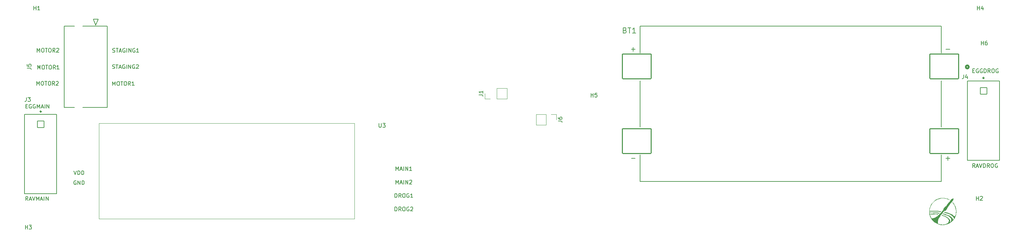
<source format=gto>
G04 #@! TF.GenerationSoftware,KiCad,Pcbnew,7.0.9*
G04 #@! TF.CreationDate,2024-04-15T23:38:29-07:00*
G04 #@! TF.ProjectId,AVcarrierBoard,41566361-7272-4696-9572-426f6172642e,rev?*
G04 #@! TF.SameCoordinates,Original*
G04 #@! TF.FileFunction,Legend,Top*
G04 #@! TF.FilePolarity,Positive*
%FSLAX46Y46*%
G04 Gerber Fmt 4.6, Leading zero omitted, Abs format (unit mm)*
G04 Created by KiCad (PCBNEW 7.0.9) date 2024-04-15 23:38:29*
%MOMM*%
%LPD*%
G01*
G04 APERTURE LIST*
G04 Aperture macros list*
%AMRoundRect*
0 Rectangle with rounded corners*
0 $1 Rounding radius*
0 $2 $3 $4 $5 $6 $7 $8 $9 X,Y pos of 4 corners*
0 Add a 4 corners polygon primitive as box body*
4,1,4,$2,$3,$4,$5,$6,$7,$8,$9,$2,$3,0*
0 Add four circle primitives for the rounded corners*
1,1,$1+$1,$2,$3*
1,1,$1+$1,$4,$5*
1,1,$1+$1,$6,$7*
1,1,$1+$1,$8,$9*
0 Add four rect primitives between the rounded corners*
20,1,$1+$1,$2,$3,$4,$5,0*
20,1,$1+$1,$4,$5,$6,$7,0*
20,1,$1+$1,$6,$7,$8,$9,0*
20,1,$1+$1,$8,$9,$2,$3,0*%
G04 Aperture macros list end*
%ADD10C,0.150000*%
%ADD11C,0.120000*%
%ADD12C,0.127000*%
%ADD13C,0.300000*%
%ADD14C,0.508000*%
%ADD15C,3.200000*%
%ADD16R,1.700000X1.700000*%
%ADD17O,1.700000X1.700000*%
%ADD18RoundRect,0.102000X-0.825000X0.825000X-0.825000X-0.825000X0.825000X-0.825000X0.825000X0.825000X0*%
%ADD19C,1.854000*%
%ADD20R,2.032000X2.032000*%
%ADD21C,2.032000*%
%ADD22C,2.999999*%
%ADD23R,2.800000X2.800000*%
%ADD24C,2.800000*%
%ADD25C,3.450000*%
%ADD26C,2.390000*%
%ADD27RoundRect,0.102000X-3.670000X-3.175000X3.670000X-3.175000X3.670000X3.175000X-3.670000X3.175000X0*%
%ADD28C,6.560820*%
%ADD29C,3.654400*%
%ADD30C,2.387600*%
%ADD31C,5.842000*%
%ADD32C,6.000000*%
G04 APERTURE END LIST*
D10*
X28578630Y-78203419D02*
X28578630Y-77203419D01*
X28578630Y-77203419D02*
X28911963Y-77917704D01*
X28911963Y-77917704D02*
X29245296Y-77203419D01*
X29245296Y-77203419D02*
X29245296Y-78203419D01*
X29911963Y-77203419D02*
X30102439Y-77203419D01*
X30102439Y-77203419D02*
X30197677Y-77251038D01*
X30197677Y-77251038D02*
X30292915Y-77346276D01*
X30292915Y-77346276D02*
X30340534Y-77536752D01*
X30340534Y-77536752D02*
X30340534Y-77870085D01*
X30340534Y-77870085D02*
X30292915Y-78060561D01*
X30292915Y-78060561D02*
X30197677Y-78155800D01*
X30197677Y-78155800D02*
X30102439Y-78203419D01*
X30102439Y-78203419D02*
X29911963Y-78203419D01*
X29911963Y-78203419D02*
X29816725Y-78155800D01*
X29816725Y-78155800D02*
X29721487Y-78060561D01*
X29721487Y-78060561D02*
X29673868Y-77870085D01*
X29673868Y-77870085D02*
X29673868Y-77536752D01*
X29673868Y-77536752D02*
X29721487Y-77346276D01*
X29721487Y-77346276D02*
X29816725Y-77251038D01*
X29816725Y-77251038D02*
X29911963Y-77203419D01*
X30626249Y-77203419D02*
X31197677Y-77203419D01*
X30911963Y-78203419D02*
X30911963Y-77203419D01*
X31721487Y-77203419D02*
X31911963Y-77203419D01*
X31911963Y-77203419D02*
X32007201Y-77251038D01*
X32007201Y-77251038D02*
X32102439Y-77346276D01*
X32102439Y-77346276D02*
X32150058Y-77536752D01*
X32150058Y-77536752D02*
X32150058Y-77870085D01*
X32150058Y-77870085D02*
X32102439Y-78060561D01*
X32102439Y-78060561D02*
X32007201Y-78155800D01*
X32007201Y-78155800D02*
X31911963Y-78203419D01*
X31911963Y-78203419D02*
X31721487Y-78203419D01*
X31721487Y-78203419D02*
X31626249Y-78155800D01*
X31626249Y-78155800D02*
X31531011Y-78060561D01*
X31531011Y-78060561D02*
X31483392Y-77870085D01*
X31483392Y-77870085D02*
X31483392Y-77536752D01*
X31483392Y-77536752D02*
X31531011Y-77346276D01*
X31531011Y-77346276D02*
X31626249Y-77251038D01*
X31626249Y-77251038D02*
X31721487Y-77203419D01*
X33150058Y-78203419D02*
X32816725Y-77727228D01*
X32578630Y-78203419D02*
X32578630Y-77203419D01*
X32578630Y-77203419D02*
X32959582Y-77203419D01*
X32959582Y-77203419D02*
X33054820Y-77251038D01*
X33054820Y-77251038D02*
X33102439Y-77298657D01*
X33102439Y-77298657D02*
X33150058Y-77393895D01*
X33150058Y-77393895D02*
X33150058Y-77536752D01*
X33150058Y-77536752D02*
X33102439Y-77631990D01*
X33102439Y-77631990D02*
X33054820Y-77679609D01*
X33054820Y-77679609D02*
X32959582Y-77727228D01*
X32959582Y-77727228D02*
X32578630Y-77727228D01*
X33531011Y-77298657D02*
X33578630Y-77251038D01*
X33578630Y-77251038D02*
X33673868Y-77203419D01*
X33673868Y-77203419D02*
X33911963Y-77203419D01*
X33911963Y-77203419D02*
X34007201Y-77251038D01*
X34007201Y-77251038D02*
X34054820Y-77298657D01*
X34054820Y-77298657D02*
X34102439Y-77393895D01*
X34102439Y-77393895D02*
X34102439Y-77489133D01*
X34102439Y-77489133D02*
X34054820Y-77631990D01*
X34054820Y-77631990D02*
X33483392Y-78203419D01*
X33483392Y-78203419D02*
X34102439Y-78203419D01*
X26206607Y-116201819D02*
X25873274Y-115725628D01*
X25635179Y-116201819D02*
X25635179Y-115201819D01*
X25635179Y-115201819D02*
X26016131Y-115201819D01*
X26016131Y-115201819D02*
X26111369Y-115249438D01*
X26111369Y-115249438D02*
X26158988Y-115297057D01*
X26158988Y-115297057D02*
X26206607Y-115392295D01*
X26206607Y-115392295D02*
X26206607Y-115535152D01*
X26206607Y-115535152D02*
X26158988Y-115630390D01*
X26158988Y-115630390D02*
X26111369Y-115678009D01*
X26111369Y-115678009D02*
X26016131Y-115725628D01*
X26016131Y-115725628D02*
X25635179Y-115725628D01*
X26587560Y-115916104D02*
X27063750Y-115916104D01*
X26492322Y-116201819D02*
X26825655Y-115201819D01*
X26825655Y-115201819D02*
X27158988Y-116201819D01*
X27349465Y-115201819D02*
X27682798Y-116201819D01*
X27682798Y-116201819D02*
X28016131Y-115201819D01*
X28349465Y-116201819D02*
X28349465Y-115201819D01*
X28349465Y-115201819D02*
X28682798Y-115916104D01*
X28682798Y-115916104D02*
X29016131Y-115201819D01*
X29016131Y-115201819D02*
X29016131Y-116201819D01*
X29444703Y-115916104D02*
X29920893Y-115916104D01*
X29349465Y-116201819D02*
X29682798Y-115201819D01*
X29682798Y-115201819D02*
X30016131Y-116201819D01*
X30349465Y-116201819D02*
X30349465Y-115201819D01*
X30825655Y-116201819D02*
X30825655Y-115201819D01*
X30825655Y-115201819D02*
X31397083Y-116201819D01*
X31397083Y-116201819D02*
X31397083Y-115201819D01*
X267913430Y-82962809D02*
X268246763Y-82962809D01*
X268389620Y-83486619D02*
X267913430Y-83486619D01*
X267913430Y-83486619D02*
X267913430Y-82486619D01*
X267913430Y-82486619D02*
X268389620Y-82486619D01*
X269342001Y-82534238D02*
X269246763Y-82486619D01*
X269246763Y-82486619D02*
X269103906Y-82486619D01*
X269103906Y-82486619D02*
X268961049Y-82534238D01*
X268961049Y-82534238D02*
X268865811Y-82629476D01*
X268865811Y-82629476D02*
X268818192Y-82724714D01*
X268818192Y-82724714D02*
X268770573Y-82915190D01*
X268770573Y-82915190D02*
X268770573Y-83058047D01*
X268770573Y-83058047D02*
X268818192Y-83248523D01*
X268818192Y-83248523D02*
X268865811Y-83343761D01*
X268865811Y-83343761D02*
X268961049Y-83439000D01*
X268961049Y-83439000D02*
X269103906Y-83486619D01*
X269103906Y-83486619D02*
X269199144Y-83486619D01*
X269199144Y-83486619D02*
X269342001Y-83439000D01*
X269342001Y-83439000D02*
X269389620Y-83391380D01*
X269389620Y-83391380D02*
X269389620Y-83058047D01*
X269389620Y-83058047D02*
X269199144Y-83058047D01*
X270342001Y-82534238D02*
X270246763Y-82486619D01*
X270246763Y-82486619D02*
X270103906Y-82486619D01*
X270103906Y-82486619D02*
X269961049Y-82534238D01*
X269961049Y-82534238D02*
X269865811Y-82629476D01*
X269865811Y-82629476D02*
X269818192Y-82724714D01*
X269818192Y-82724714D02*
X269770573Y-82915190D01*
X269770573Y-82915190D02*
X269770573Y-83058047D01*
X269770573Y-83058047D02*
X269818192Y-83248523D01*
X269818192Y-83248523D02*
X269865811Y-83343761D01*
X269865811Y-83343761D02*
X269961049Y-83439000D01*
X269961049Y-83439000D02*
X270103906Y-83486619D01*
X270103906Y-83486619D02*
X270199144Y-83486619D01*
X270199144Y-83486619D02*
X270342001Y-83439000D01*
X270342001Y-83439000D02*
X270389620Y-83391380D01*
X270389620Y-83391380D02*
X270389620Y-83058047D01*
X270389620Y-83058047D02*
X270199144Y-83058047D01*
X270818192Y-83486619D02*
X270818192Y-82486619D01*
X270818192Y-82486619D02*
X271056287Y-82486619D01*
X271056287Y-82486619D02*
X271199144Y-82534238D01*
X271199144Y-82534238D02*
X271294382Y-82629476D01*
X271294382Y-82629476D02*
X271342001Y-82724714D01*
X271342001Y-82724714D02*
X271389620Y-82915190D01*
X271389620Y-82915190D02*
X271389620Y-83058047D01*
X271389620Y-83058047D02*
X271342001Y-83248523D01*
X271342001Y-83248523D02*
X271294382Y-83343761D01*
X271294382Y-83343761D02*
X271199144Y-83439000D01*
X271199144Y-83439000D02*
X271056287Y-83486619D01*
X271056287Y-83486619D02*
X270818192Y-83486619D01*
X272389620Y-83486619D02*
X272056287Y-83010428D01*
X271818192Y-83486619D02*
X271818192Y-82486619D01*
X271818192Y-82486619D02*
X272199144Y-82486619D01*
X272199144Y-82486619D02*
X272294382Y-82534238D01*
X272294382Y-82534238D02*
X272342001Y-82581857D01*
X272342001Y-82581857D02*
X272389620Y-82677095D01*
X272389620Y-82677095D02*
X272389620Y-82819952D01*
X272389620Y-82819952D02*
X272342001Y-82915190D01*
X272342001Y-82915190D02*
X272294382Y-82962809D01*
X272294382Y-82962809D02*
X272199144Y-83010428D01*
X272199144Y-83010428D02*
X271818192Y-83010428D01*
X273008668Y-82486619D02*
X273199144Y-82486619D01*
X273199144Y-82486619D02*
X273294382Y-82534238D01*
X273294382Y-82534238D02*
X273389620Y-82629476D01*
X273389620Y-82629476D02*
X273437239Y-82819952D01*
X273437239Y-82819952D02*
X273437239Y-83153285D01*
X273437239Y-83153285D02*
X273389620Y-83343761D01*
X273389620Y-83343761D02*
X273294382Y-83439000D01*
X273294382Y-83439000D02*
X273199144Y-83486619D01*
X273199144Y-83486619D02*
X273008668Y-83486619D01*
X273008668Y-83486619D02*
X272913430Y-83439000D01*
X272913430Y-83439000D02*
X272818192Y-83343761D01*
X272818192Y-83343761D02*
X272770573Y-83153285D01*
X272770573Y-83153285D02*
X272770573Y-82819952D01*
X272770573Y-82819952D02*
X272818192Y-82629476D01*
X272818192Y-82629476D02*
X272913430Y-82534238D01*
X272913430Y-82534238D02*
X273008668Y-82486619D01*
X274389620Y-82534238D02*
X274294382Y-82486619D01*
X274294382Y-82486619D02*
X274151525Y-82486619D01*
X274151525Y-82486619D02*
X274008668Y-82534238D01*
X274008668Y-82534238D02*
X273913430Y-82629476D01*
X273913430Y-82629476D02*
X273865811Y-82724714D01*
X273865811Y-82724714D02*
X273818192Y-82915190D01*
X273818192Y-82915190D02*
X273818192Y-83058047D01*
X273818192Y-83058047D02*
X273865811Y-83248523D01*
X273865811Y-83248523D02*
X273913430Y-83343761D01*
X273913430Y-83343761D02*
X274008668Y-83439000D01*
X274008668Y-83439000D02*
X274151525Y-83486619D01*
X274151525Y-83486619D02*
X274246763Y-83486619D01*
X274246763Y-83486619D02*
X274389620Y-83439000D01*
X274389620Y-83439000D02*
X274437239Y-83391380D01*
X274437239Y-83391380D02*
X274437239Y-83058047D01*
X274437239Y-83058047D02*
X274246763Y-83058047D01*
X47888760Y-78206600D02*
X48031617Y-78254219D01*
X48031617Y-78254219D02*
X48269712Y-78254219D01*
X48269712Y-78254219D02*
X48364950Y-78206600D01*
X48364950Y-78206600D02*
X48412569Y-78158980D01*
X48412569Y-78158980D02*
X48460188Y-78063742D01*
X48460188Y-78063742D02*
X48460188Y-77968504D01*
X48460188Y-77968504D02*
X48412569Y-77873266D01*
X48412569Y-77873266D02*
X48364950Y-77825647D01*
X48364950Y-77825647D02*
X48269712Y-77778028D01*
X48269712Y-77778028D02*
X48079236Y-77730409D01*
X48079236Y-77730409D02*
X47983998Y-77682790D01*
X47983998Y-77682790D02*
X47936379Y-77635171D01*
X47936379Y-77635171D02*
X47888760Y-77539933D01*
X47888760Y-77539933D02*
X47888760Y-77444695D01*
X47888760Y-77444695D02*
X47936379Y-77349457D01*
X47936379Y-77349457D02*
X47983998Y-77301838D01*
X47983998Y-77301838D02*
X48079236Y-77254219D01*
X48079236Y-77254219D02*
X48317331Y-77254219D01*
X48317331Y-77254219D02*
X48460188Y-77301838D01*
X48745903Y-77254219D02*
X49317331Y-77254219D01*
X49031617Y-78254219D02*
X49031617Y-77254219D01*
X49603046Y-77968504D02*
X50079236Y-77968504D01*
X49507808Y-78254219D02*
X49841141Y-77254219D01*
X49841141Y-77254219D02*
X50174474Y-78254219D01*
X51031617Y-77301838D02*
X50936379Y-77254219D01*
X50936379Y-77254219D02*
X50793522Y-77254219D01*
X50793522Y-77254219D02*
X50650665Y-77301838D01*
X50650665Y-77301838D02*
X50555427Y-77397076D01*
X50555427Y-77397076D02*
X50507808Y-77492314D01*
X50507808Y-77492314D02*
X50460189Y-77682790D01*
X50460189Y-77682790D02*
X50460189Y-77825647D01*
X50460189Y-77825647D02*
X50507808Y-78016123D01*
X50507808Y-78016123D02*
X50555427Y-78111361D01*
X50555427Y-78111361D02*
X50650665Y-78206600D01*
X50650665Y-78206600D02*
X50793522Y-78254219D01*
X50793522Y-78254219D02*
X50888760Y-78254219D01*
X50888760Y-78254219D02*
X51031617Y-78206600D01*
X51031617Y-78206600D02*
X51079236Y-78158980D01*
X51079236Y-78158980D02*
X51079236Y-77825647D01*
X51079236Y-77825647D02*
X50888760Y-77825647D01*
X51507808Y-78254219D02*
X51507808Y-77254219D01*
X51983998Y-78254219D02*
X51983998Y-77254219D01*
X51983998Y-77254219D02*
X52555426Y-78254219D01*
X52555426Y-78254219D02*
X52555426Y-77254219D01*
X53555426Y-77301838D02*
X53460188Y-77254219D01*
X53460188Y-77254219D02*
X53317331Y-77254219D01*
X53317331Y-77254219D02*
X53174474Y-77301838D01*
X53174474Y-77301838D02*
X53079236Y-77397076D01*
X53079236Y-77397076D02*
X53031617Y-77492314D01*
X53031617Y-77492314D02*
X52983998Y-77682790D01*
X52983998Y-77682790D02*
X52983998Y-77825647D01*
X52983998Y-77825647D02*
X53031617Y-78016123D01*
X53031617Y-78016123D02*
X53079236Y-78111361D01*
X53079236Y-78111361D02*
X53174474Y-78206600D01*
X53174474Y-78206600D02*
X53317331Y-78254219D01*
X53317331Y-78254219D02*
X53412569Y-78254219D01*
X53412569Y-78254219D02*
X53555426Y-78206600D01*
X53555426Y-78206600D02*
X53603045Y-78158980D01*
X53603045Y-78158980D02*
X53603045Y-77825647D01*
X53603045Y-77825647D02*
X53412569Y-77825647D01*
X54555426Y-78254219D02*
X53983998Y-78254219D01*
X54269712Y-78254219D02*
X54269712Y-77254219D01*
X54269712Y-77254219D02*
X54174474Y-77397076D01*
X54174474Y-77397076D02*
X54079236Y-77492314D01*
X54079236Y-77492314D02*
X53983998Y-77539933D01*
X28680230Y-82572219D02*
X28680230Y-81572219D01*
X28680230Y-81572219D02*
X29013563Y-82286504D01*
X29013563Y-82286504D02*
X29346896Y-81572219D01*
X29346896Y-81572219D02*
X29346896Y-82572219D01*
X30013563Y-81572219D02*
X30204039Y-81572219D01*
X30204039Y-81572219D02*
X30299277Y-81619838D01*
X30299277Y-81619838D02*
X30394515Y-81715076D01*
X30394515Y-81715076D02*
X30442134Y-81905552D01*
X30442134Y-81905552D02*
X30442134Y-82238885D01*
X30442134Y-82238885D02*
X30394515Y-82429361D01*
X30394515Y-82429361D02*
X30299277Y-82524600D01*
X30299277Y-82524600D02*
X30204039Y-82572219D01*
X30204039Y-82572219D02*
X30013563Y-82572219D01*
X30013563Y-82572219D02*
X29918325Y-82524600D01*
X29918325Y-82524600D02*
X29823087Y-82429361D01*
X29823087Y-82429361D02*
X29775468Y-82238885D01*
X29775468Y-82238885D02*
X29775468Y-81905552D01*
X29775468Y-81905552D02*
X29823087Y-81715076D01*
X29823087Y-81715076D02*
X29918325Y-81619838D01*
X29918325Y-81619838D02*
X30013563Y-81572219D01*
X30727849Y-81572219D02*
X31299277Y-81572219D01*
X31013563Y-82572219D02*
X31013563Y-81572219D01*
X31823087Y-81572219D02*
X32013563Y-81572219D01*
X32013563Y-81572219D02*
X32108801Y-81619838D01*
X32108801Y-81619838D02*
X32204039Y-81715076D01*
X32204039Y-81715076D02*
X32251658Y-81905552D01*
X32251658Y-81905552D02*
X32251658Y-82238885D01*
X32251658Y-82238885D02*
X32204039Y-82429361D01*
X32204039Y-82429361D02*
X32108801Y-82524600D01*
X32108801Y-82524600D02*
X32013563Y-82572219D01*
X32013563Y-82572219D02*
X31823087Y-82572219D01*
X31823087Y-82572219D02*
X31727849Y-82524600D01*
X31727849Y-82524600D02*
X31632611Y-82429361D01*
X31632611Y-82429361D02*
X31584992Y-82238885D01*
X31584992Y-82238885D02*
X31584992Y-81905552D01*
X31584992Y-81905552D02*
X31632611Y-81715076D01*
X31632611Y-81715076D02*
X31727849Y-81619838D01*
X31727849Y-81619838D02*
X31823087Y-81572219D01*
X33251658Y-82572219D02*
X32918325Y-82096028D01*
X32680230Y-82572219D02*
X32680230Y-81572219D01*
X32680230Y-81572219D02*
X33061182Y-81572219D01*
X33061182Y-81572219D02*
X33156420Y-81619838D01*
X33156420Y-81619838D02*
X33204039Y-81667457D01*
X33204039Y-81667457D02*
X33251658Y-81762695D01*
X33251658Y-81762695D02*
X33251658Y-81905552D01*
X33251658Y-81905552D02*
X33204039Y-82000790D01*
X33204039Y-82000790D02*
X33156420Y-82048409D01*
X33156420Y-82048409D02*
X33061182Y-82096028D01*
X33061182Y-82096028D02*
X32680230Y-82096028D01*
X34204039Y-82572219D02*
X33632611Y-82572219D01*
X33918325Y-82572219D02*
X33918325Y-81572219D01*
X33918325Y-81572219D02*
X33823087Y-81715076D01*
X33823087Y-81715076D02*
X33727849Y-81810314D01*
X33727849Y-81810314D02*
X33632611Y-81857933D01*
X47837960Y-82372200D02*
X47980817Y-82419819D01*
X47980817Y-82419819D02*
X48218912Y-82419819D01*
X48218912Y-82419819D02*
X48314150Y-82372200D01*
X48314150Y-82372200D02*
X48361769Y-82324580D01*
X48361769Y-82324580D02*
X48409388Y-82229342D01*
X48409388Y-82229342D02*
X48409388Y-82134104D01*
X48409388Y-82134104D02*
X48361769Y-82038866D01*
X48361769Y-82038866D02*
X48314150Y-81991247D01*
X48314150Y-81991247D02*
X48218912Y-81943628D01*
X48218912Y-81943628D02*
X48028436Y-81896009D01*
X48028436Y-81896009D02*
X47933198Y-81848390D01*
X47933198Y-81848390D02*
X47885579Y-81800771D01*
X47885579Y-81800771D02*
X47837960Y-81705533D01*
X47837960Y-81705533D02*
X47837960Y-81610295D01*
X47837960Y-81610295D02*
X47885579Y-81515057D01*
X47885579Y-81515057D02*
X47933198Y-81467438D01*
X47933198Y-81467438D02*
X48028436Y-81419819D01*
X48028436Y-81419819D02*
X48266531Y-81419819D01*
X48266531Y-81419819D02*
X48409388Y-81467438D01*
X48695103Y-81419819D02*
X49266531Y-81419819D01*
X48980817Y-82419819D02*
X48980817Y-81419819D01*
X49552246Y-82134104D02*
X50028436Y-82134104D01*
X49457008Y-82419819D02*
X49790341Y-81419819D01*
X49790341Y-81419819D02*
X50123674Y-82419819D01*
X50980817Y-81467438D02*
X50885579Y-81419819D01*
X50885579Y-81419819D02*
X50742722Y-81419819D01*
X50742722Y-81419819D02*
X50599865Y-81467438D01*
X50599865Y-81467438D02*
X50504627Y-81562676D01*
X50504627Y-81562676D02*
X50457008Y-81657914D01*
X50457008Y-81657914D02*
X50409389Y-81848390D01*
X50409389Y-81848390D02*
X50409389Y-81991247D01*
X50409389Y-81991247D02*
X50457008Y-82181723D01*
X50457008Y-82181723D02*
X50504627Y-82276961D01*
X50504627Y-82276961D02*
X50599865Y-82372200D01*
X50599865Y-82372200D02*
X50742722Y-82419819D01*
X50742722Y-82419819D02*
X50837960Y-82419819D01*
X50837960Y-82419819D02*
X50980817Y-82372200D01*
X50980817Y-82372200D02*
X51028436Y-82324580D01*
X51028436Y-82324580D02*
X51028436Y-81991247D01*
X51028436Y-81991247D02*
X50837960Y-81991247D01*
X51457008Y-82419819D02*
X51457008Y-81419819D01*
X51933198Y-82419819D02*
X51933198Y-81419819D01*
X51933198Y-81419819D02*
X52504626Y-82419819D01*
X52504626Y-82419819D02*
X52504626Y-81419819D01*
X53504626Y-81467438D02*
X53409388Y-81419819D01*
X53409388Y-81419819D02*
X53266531Y-81419819D01*
X53266531Y-81419819D02*
X53123674Y-81467438D01*
X53123674Y-81467438D02*
X53028436Y-81562676D01*
X53028436Y-81562676D02*
X52980817Y-81657914D01*
X52980817Y-81657914D02*
X52933198Y-81848390D01*
X52933198Y-81848390D02*
X52933198Y-81991247D01*
X52933198Y-81991247D02*
X52980817Y-82181723D01*
X52980817Y-82181723D02*
X53028436Y-82276961D01*
X53028436Y-82276961D02*
X53123674Y-82372200D01*
X53123674Y-82372200D02*
X53266531Y-82419819D01*
X53266531Y-82419819D02*
X53361769Y-82419819D01*
X53361769Y-82419819D02*
X53504626Y-82372200D01*
X53504626Y-82372200D02*
X53552245Y-82324580D01*
X53552245Y-82324580D02*
X53552245Y-81991247D01*
X53552245Y-81991247D02*
X53361769Y-81991247D01*
X53933198Y-81515057D02*
X53980817Y-81467438D01*
X53980817Y-81467438D02*
X54076055Y-81419819D01*
X54076055Y-81419819D02*
X54314150Y-81419819D01*
X54314150Y-81419819D02*
X54409388Y-81467438D01*
X54409388Y-81467438D02*
X54457007Y-81515057D01*
X54457007Y-81515057D02*
X54504626Y-81610295D01*
X54504626Y-81610295D02*
X54504626Y-81705533D01*
X54504626Y-81705533D02*
X54457007Y-81848390D01*
X54457007Y-81848390D02*
X53885579Y-82419819D01*
X53885579Y-82419819D02*
X54504626Y-82419819D01*
X268472134Y-107769019D02*
X268138801Y-107292828D01*
X267900706Y-107769019D02*
X267900706Y-106769019D01*
X267900706Y-106769019D02*
X268281658Y-106769019D01*
X268281658Y-106769019D02*
X268376896Y-106816638D01*
X268376896Y-106816638D02*
X268424515Y-106864257D01*
X268424515Y-106864257D02*
X268472134Y-106959495D01*
X268472134Y-106959495D02*
X268472134Y-107102352D01*
X268472134Y-107102352D02*
X268424515Y-107197590D01*
X268424515Y-107197590D02*
X268376896Y-107245209D01*
X268376896Y-107245209D02*
X268281658Y-107292828D01*
X268281658Y-107292828D02*
X267900706Y-107292828D01*
X268853087Y-107483304D02*
X269329277Y-107483304D01*
X268757849Y-107769019D02*
X269091182Y-106769019D01*
X269091182Y-106769019D02*
X269424515Y-107769019D01*
X269614992Y-106769019D02*
X269948325Y-107769019D01*
X269948325Y-107769019D02*
X270281658Y-106769019D01*
X270614992Y-107769019D02*
X270614992Y-106769019D01*
X270614992Y-106769019D02*
X270853087Y-106769019D01*
X270853087Y-106769019D02*
X270995944Y-106816638D01*
X270995944Y-106816638D02*
X271091182Y-106911876D01*
X271091182Y-106911876D02*
X271138801Y-107007114D01*
X271138801Y-107007114D02*
X271186420Y-107197590D01*
X271186420Y-107197590D02*
X271186420Y-107340447D01*
X271186420Y-107340447D02*
X271138801Y-107530923D01*
X271138801Y-107530923D02*
X271091182Y-107626161D01*
X271091182Y-107626161D02*
X270995944Y-107721400D01*
X270995944Y-107721400D02*
X270853087Y-107769019D01*
X270853087Y-107769019D02*
X270614992Y-107769019D01*
X272186420Y-107769019D02*
X271853087Y-107292828D01*
X271614992Y-107769019D02*
X271614992Y-106769019D01*
X271614992Y-106769019D02*
X271995944Y-106769019D01*
X271995944Y-106769019D02*
X272091182Y-106816638D01*
X272091182Y-106816638D02*
X272138801Y-106864257D01*
X272138801Y-106864257D02*
X272186420Y-106959495D01*
X272186420Y-106959495D02*
X272186420Y-107102352D01*
X272186420Y-107102352D02*
X272138801Y-107197590D01*
X272138801Y-107197590D02*
X272091182Y-107245209D01*
X272091182Y-107245209D02*
X271995944Y-107292828D01*
X271995944Y-107292828D02*
X271614992Y-107292828D01*
X272805468Y-106769019D02*
X272995944Y-106769019D01*
X272995944Y-106769019D02*
X273091182Y-106816638D01*
X273091182Y-106816638D02*
X273186420Y-106911876D01*
X273186420Y-106911876D02*
X273234039Y-107102352D01*
X273234039Y-107102352D02*
X273234039Y-107435685D01*
X273234039Y-107435685D02*
X273186420Y-107626161D01*
X273186420Y-107626161D02*
X273091182Y-107721400D01*
X273091182Y-107721400D02*
X272995944Y-107769019D01*
X272995944Y-107769019D02*
X272805468Y-107769019D01*
X272805468Y-107769019D02*
X272710230Y-107721400D01*
X272710230Y-107721400D02*
X272614992Y-107626161D01*
X272614992Y-107626161D02*
X272567373Y-107435685D01*
X272567373Y-107435685D02*
X272567373Y-107102352D01*
X272567373Y-107102352D02*
X272614992Y-106911876D01*
X272614992Y-106911876D02*
X272710230Y-106816638D01*
X272710230Y-106816638D02*
X272805468Y-106769019D01*
X274186420Y-106816638D02*
X274091182Y-106769019D01*
X274091182Y-106769019D02*
X273948325Y-106769019D01*
X273948325Y-106769019D02*
X273805468Y-106816638D01*
X273805468Y-106816638D02*
X273710230Y-106911876D01*
X273710230Y-106911876D02*
X273662611Y-107007114D01*
X273662611Y-107007114D02*
X273614992Y-107197590D01*
X273614992Y-107197590D02*
X273614992Y-107340447D01*
X273614992Y-107340447D02*
X273662611Y-107530923D01*
X273662611Y-107530923D02*
X273710230Y-107626161D01*
X273710230Y-107626161D02*
X273805468Y-107721400D01*
X273805468Y-107721400D02*
X273948325Y-107769019D01*
X273948325Y-107769019D02*
X274043563Y-107769019D01*
X274043563Y-107769019D02*
X274186420Y-107721400D01*
X274186420Y-107721400D02*
X274234039Y-107673780D01*
X274234039Y-107673780D02*
X274234039Y-107340447D01*
X274234039Y-107340447D02*
X274043563Y-107340447D01*
X25635179Y-92056009D02*
X25968512Y-92056009D01*
X26111369Y-92579819D02*
X25635179Y-92579819D01*
X25635179Y-92579819D02*
X25635179Y-91579819D01*
X25635179Y-91579819D02*
X26111369Y-91579819D01*
X27063750Y-91627438D02*
X26968512Y-91579819D01*
X26968512Y-91579819D02*
X26825655Y-91579819D01*
X26825655Y-91579819D02*
X26682798Y-91627438D01*
X26682798Y-91627438D02*
X26587560Y-91722676D01*
X26587560Y-91722676D02*
X26539941Y-91817914D01*
X26539941Y-91817914D02*
X26492322Y-92008390D01*
X26492322Y-92008390D02*
X26492322Y-92151247D01*
X26492322Y-92151247D02*
X26539941Y-92341723D01*
X26539941Y-92341723D02*
X26587560Y-92436961D01*
X26587560Y-92436961D02*
X26682798Y-92532200D01*
X26682798Y-92532200D02*
X26825655Y-92579819D01*
X26825655Y-92579819D02*
X26920893Y-92579819D01*
X26920893Y-92579819D02*
X27063750Y-92532200D01*
X27063750Y-92532200D02*
X27111369Y-92484580D01*
X27111369Y-92484580D02*
X27111369Y-92151247D01*
X27111369Y-92151247D02*
X26920893Y-92151247D01*
X28063750Y-91627438D02*
X27968512Y-91579819D01*
X27968512Y-91579819D02*
X27825655Y-91579819D01*
X27825655Y-91579819D02*
X27682798Y-91627438D01*
X27682798Y-91627438D02*
X27587560Y-91722676D01*
X27587560Y-91722676D02*
X27539941Y-91817914D01*
X27539941Y-91817914D02*
X27492322Y-92008390D01*
X27492322Y-92008390D02*
X27492322Y-92151247D01*
X27492322Y-92151247D02*
X27539941Y-92341723D01*
X27539941Y-92341723D02*
X27587560Y-92436961D01*
X27587560Y-92436961D02*
X27682798Y-92532200D01*
X27682798Y-92532200D02*
X27825655Y-92579819D01*
X27825655Y-92579819D02*
X27920893Y-92579819D01*
X27920893Y-92579819D02*
X28063750Y-92532200D01*
X28063750Y-92532200D02*
X28111369Y-92484580D01*
X28111369Y-92484580D02*
X28111369Y-92151247D01*
X28111369Y-92151247D02*
X27920893Y-92151247D01*
X28539941Y-92579819D02*
X28539941Y-91579819D01*
X28539941Y-91579819D02*
X28873274Y-92294104D01*
X28873274Y-92294104D02*
X29206607Y-91579819D01*
X29206607Y-91579819D02*
X29206607Y-92579819D01*
X29635179Y-92294104D02*
X30111369Y-92294104D01*
X29539941Y-92579819D02*
X29873274Y-91579819D01*
X29873274Y-91579819D02*
X30206607Y-92579819D01*
X30539941Y-92579819D02*
X30539941Y-91579819D01*
X31016131Y-92579819D02*
X31016131Y-91579819D01*
X31016131Y-91579819D02*
X31587559Y-92579819D01*
X31587559Y-92579819D02*
X31587559Y-91579819D01*
X47885579Y-86737819D02*
X47885579Y-85737819D01*
X47885579Y-85737819D02*
X48218912Y-86452104D01*
X48218912Y-86452104D02*
X48552245Y-85737819D01*
X48552245Y-85737819D02*
X48552245Y-86737819D01*
X49218912Y-85737819D02*
X49409388Y-85737819D01*
X49409388Y-85737819D02*
X49504626Y-85785438D01*
X49504626Y-85785438D02*
X49599864Y-85880676D01*
X49599864Y-85880676D02*
X49647483Y-86071152D01*
X49647483Y-86071152D02*
X49647483Y-86404485D01*
X49647483Y-86404485D02*
X49599864Y-86594961D01*
X49599864Y-86594961D02*
X49504626Y-86690200D01*
X49504626Y-86690200D02*
X49409388Y-86737819D01*
X49409388Y-86737819D02*
X49218912Y-86737819D01*
X49218912Y-86737819D02*
X49123674Y-86690200D01*
X49123674Y-86690200D02*
X49028436Y-86594961D01*
X49028436Y-86594961D02*
X48980817Y-86404485D01*
X48980817Y-86404485D02*
X48980817Y-86071152D01*
X48980817Y-86071152D02*
X49028436Y-85880676D01*
X49028436Y-85880676D02*
X49123674Y-85785438D01*
X49123674Y-85785438D02*
X49218912Y-85737819D01*
X49933198Y-85737819D02*
X50504626Y-85737819D01*
X50218912Y-86737819D02*
X50218912Y-85737819D01*
X51028436Y-85737819D02*
X51218912Y-85737819D01*
X51218912Y-85737819D02*
X51314150Y-85785438D01*
X51314150Y-85785438D02*
X51409388Y-85880676D01*
X51409388Y-85880676D02*
X51457007Y-86071152D01*
X51457007Y-86071152D02*
X51457007Y-86404485D01*
X51457007Y-86404485D02*
X51409388Y-86594961D01*
X51409388Y-86594961D02*
X51314150Y-86690200D01*
X51314150Y-86690200D02*
X51218912Y-86737819D01*
X51218912Y-86737819D02*
X51028436Y-86737819D01*
X51028436Y-86737819D02*
X50933198Y-86690200D01*
X50933198Y-86690200D02*
X50837960Y-86594961D01*
X50837960Y-86594961D02*
X50790341Y-86404485D01*
X50790341Y-86404485D02*
X50790341Y-86071152D01*
X50790341Y-86071152D02*
X50837960Y-85880676D01*
X50837960Y-85880676D02*
X50933198Y-85785438D01*
X50933198Y-85785438D02*
X51028436Y-85737819D01*
X52457007Y-86737819D02*
X52123674Y-86261628D01*
X51885579Y-86737819D02*
X51885579Y-85737819D01*
X51885579Y-85737819D02*
X52266531Y-85737819D01*
X52266531Y-85737819D02*
X52361769Y-85785438D01*
X52361769Y-85785438D02*
X52409388Y-85833057D01*
X52409388Y-85833057D02*
X52457007Y-85928295D01*
X52457007Y-85928295D02*
X52457007Y-86071152D01*
X52457007Y-86071152D02*
X52409388Y-86166390D01*
X52409388Y-86166390D02*
X52361769Y-86214009D01*
X52361769Y-86214009D02*
X52266531Y-86261628D01*
X52266531Y-86261628D02*
X51885579Y-86261628D01*
X53409388Y-86737819D02*
X52837960Y-86737819D01*
X53123674Y-86737819D02*
X53123674Y-85737819D01*
X53123674Y-85737819D02*
X53028436Y-85880676D01*
X53028436Y-85880676D02*
X52933198Y-85975914D01*
X52933198Y-85975914D02*
X52837960Y-86023533D01*
X28477030Y-86687019D02*
X28477030Y-85687019D01*
X28477030Y-85687019D02*
X28810363Y-86401304D01*
X28810363Y-86401304D02*
X29143696Y-85687019D01*
X29143696Y-85687019D02*
X29143696Y-86687019D01*
X29810363Y-85687019D02*
X30000839Y-85687019D01*
X30000839Y-85687019D02*
X30096077Y-85734638D01*
X30096077Y-85734638D02*
X30191315Y-85829876D01*
X30191315Y-85829876D02*
X30238934Y-86020352D01*
X30238934Y-86020352D02*
X30238934Y-86353685D01*
X30238934Y-86353685D02*
X30191315Y-86544161D01*
X30191315Y-86544161D02*
X30096077Y-86639400D01*
X30096077Y-86639400D02*
X30000839Y-86687019D01*
X30000839Y-86687019D02*
X29810363Y-86687019D01*
X29810363Y-86687019D02*
X29715125Y-86639400D01*
X29715125Y-86639400D02*
X29619887Y-86544161D01*
X29619887Y-86544161D02*
X29572268Y-86353685D01*
X29572268Y-86353685D02*
X29572268Y-86020352D01*
X29572268Y-86020352D02*
X29619887Y-85829876D01*
X29619887Y-85829876D02*
X29715125Y-85734638D01*
X29715125Y-85734638D02*
X29810363Y-85687019D01*
X30524649Y-85687019D02*
X31096077Y-85687019D01*
X30810363Y-86687019D02*
X30810363Y-85687019D01*
X31619887Y-85687019D02*
X31810363Y-85687019D01*
X31810363Y-85687019D02*
X31905601Y-85734638D01*
X31905601Y-85734638D02*
X32000839Y-85829876D01*
X32000839Y-85829876D02*
X32048458Y-86020352D01*
X32048458Y-86020352D02*
X32048458Y-86353685D01*
X32048458Y-86353685D02*
X32000839Y-86544161D01*
X32000839Y-86544161D02*
X31905601Y-86639400D01*
X31905601Y-86639400D02*
X31810363Y-86687019D01*
X31810363Y-86687019D02*
X31619887Y-86687019D01*
X31619887Y-86687019D02*
X31524649Y-86639400D01*
X31524649Y-86639400D02*
X31429411Y-86544161D01*
X31429411Y-86544161D02*
X31381792Y-86353685D01*
X31381792Y-86353685D02*
X31381792Y-86020352D01*
X31381792Y-86020352D02*
X31429411Y-85829876D01*
X31429411Y-85829876D02*
X31524649Y-85734638D01*
X31524649Y-85734638D02*
X31619887Y-85687019D01*
X33048458Y-86687019D02*
X32715125Y-86210828D01*
X32477030Y-86687019D02*
X32477030Y-85687019D01*
X32477030Y-85687019D02*
X32857982Y-85687019D01*
X32857982Y-85687019D02*
X32953220Y-85734638D01*
X32953220Y-85734638D02*
X33000839Y-85782257D01*
X33000839Y-85782257D02*
X33048458Y-85877495D01*
X33048458Y-85877495D02*
X33048458Y-86020352D01*
X33048458Y-86020352D02*
X33000839Y-86115590D01*
X33000839Y-86115590D02*
X32953220Y-86163209D01*
X32953220Y-86163209D02*
X32857982Y-86210828D01*
X32857982Y-86210828D02*
X32477030Y-86210828D01*
X33429411Y-85782257D02*
X33477030Y-85734638D01*
X33477030Y-85734638D02*
X33572268Y-85687019D01*
X33572268Y-85687019D02*
X33810363Y-85687019D01*
X33810363Y-85687019D02*
X33905601Y-85734638D01*
X33905601Y-85734638D02*
X33953220Y-85782257D01*
X33953220Y-85782257D02*
X34000839Y-85877495D01*
X34000839Y-85877495D02*
X34000839Y-85972733D01*
X34000839Y-85972733D02*
X33953220Y-86115590D01*
X33953220Y-86115590D02*
X33381792Y-86687019D01*
X33381792Y-86687019D02*
X34000839Y-86687019D01*
X170238095Y-89704819D02*
X170238095Y-88704819D01*
X170238095Y-89181009D02*
X170809523Y-89181009D01*
X170809523Y-89704819D02*
X170809523Y-88704819D01*
X171761904Y-88704819D02*
X171285714Y-88704819D01*
X171285714Y-88704819D02*
X171238095Y-89181009D01*
X171238095Y-89181009D02*
X171285714Y-89133390D01*
X171285714Y-89133390D02*
X171380952Y-89085771D01*
X171380952Y-89085771D02*
X171619047Y-89085771D01*
X171619047Y-89085771D02*
X171714285Y-89133390D01*
X171714285Y-89133390D02*
X171761904Y-89181009D01*
X171761904Y-89181009D02*
X171809523Y-89276247D01*
X171809523Y-89276247D02*
X171809523Y-89514342D01*
X171809523Y-89514342D02*
X171761904Y-89609580D01*
X171761904Y-89609580D02*
X171714285Y-89657200D01*
X171714285Y-89657200D02*
X171619047Y-89704819D01*
X171619047Y-89704819D02*
X171380952Y-89704819D01*
X171380952Y-89704819D02*
X171285714Y-89657200D01*
X171285714Y-89657200D02*
X171238095Y-89609580D01*
X141595019Y-89131733D02*
X142309304Y-89131733D01*
X142309304Y-89131733D02*
X142452161Y-89179352D01*
X142452161Y-89179352D02*
X142547400Y-89274590D01*
X142547400Y-89274590D02*
X142595019Y-89417447D01*
X142595019Y-89417447D02*
X142595019Y-89512685D01*
X142595019Y-88131733D02*
X142595019Y-88703161D01*
X142595019Y-88417447D02*
X141595019Y-88417447D01*
X141595019Y-88417447D02*
X141737876Y-88512685D01*
X141737876Y-88512685D02*
X141833114Y-88607923D01*
X141833114Y-88607923D02*
X141880733Y-88703161D01*
X25828089Y-89827088D02*
X25828089Y-90542611D01*
X25828089Y-90542611D02*
X25780388Y-90685715D01*
X25780388Y-90685715D02*
X25684985Y-90781119D01*
X25684985Y-90781119D02*
X25541880Y-90828820D01*
X25541880Y-90828820D02*
X25446477Y-90828820D01*
X26209701Y-89827088D02*
X26829821Y-89827088D01*
X26829821Y-89827088D02*
X26495910Y-90208700D01*
X26495910Y-90208700D02*
X26639015Y-90208700D01*
X26639015Y-90208700D02*
X26734418Y-90256402D01*
X26734418Y-90256402D02*
X26782119Y-90304103D01*
X26782119Y-90304103D02*
X26829821Y-90399506D01*
X26829821Y-90399506D02*
X26829821Y-90638014D01*
X26829821Y-90638014D02*
X26782119Y-90733417D01*
X26782119Y-90733417D02*
X26734418Y-90781119D01*
X26734418Y-90781119D02*
X26639015Y-90828820D01*
X26639015Y-90828820D02*
X26352806Y-90828820D01*
X26352806Y-90828820D02*
X26257403Y-90781119D01*
X26257403Y-90781119D02*
X26209701Y-90733417D01*
X116027295Y-96456019D02*
X116027295Y-97265542D01*
X116027295Y-97265542D02*
X116074914Y-97360780D01*
X116074914Y-97360780D02*
X116122533Y-97408400D01*
X116122533Y-97408400D02*
X116217771Y-97456019D01*
X116217771Y-97456019D02*
X116408247Y-97456019D01*
X116408247Y-97456019D02*
X116503485Y-97408400D01*
X116503485Y-97408400D02*
X116551104Y-97360780D01*
X116551104Y-97360780D02*
X116598723Y-97265542D01*
X116598723Y-97265542D02*
X116598723Y-96456019D01*
X116979676Y-96456019D02*
X117598723Y-96456019D01*
X117598723Y-96456019D02*
X117265390Y-96836971D01*
X117265390Y-96836971D02*
X117408247Y-96836971D01*
X117408247Y-96836971D02*
X117503485Y-96884590D01*
X117503485Y-96884590D02*
X117551104Y-96932209D01*
X117551104Y-96932209D02*
X117598723Y-97027447D01*
X117598723Y-97027447D02*
X117598723Y-97265542D01*
X117598723Y-97265542D02*
X117551104Y-97360780D01*
X117551104Y-97360780D02*
X117503485Y-97408400D01*
X117503485Y-97408400D02*
X117408247Y-97456019D01*
X117408247Y-97456019D02*
X117122533Y-97456019D01*
X117122533Y-97456019D02*
X117027295Y-97408400D01*
X117027295Y-97408400D02*
X116979676Y-97360780D01*
X120355000Y-108514819D02*
X120355000Y-107514819D01*
X120355000Y-107514819D02*
X120688333Y-108229104D01*
X120688333Y-108229104D02*
X121021666Y-107514819D01*
X121021666Y-107514819D02*
X121021666Y-108514819D01*
X121450238Y-108229104D02*
X121926428Y-108229104D01*
X121355000Y-108514819D02*
X121688333Y-107514819D01*
X121688333Y-107514819D02*
X122021666Y-108514819D01*
X122355000Y-108514819D02*
X122355000Y-107514819D01*
X122831190Y-108514819D02*
X122831190Y-107514819D01*
X122831190Y-107514819D02*
X123402618Y-108514819D01*
X123402618Y-108514819D02*
X123402618Y-107514819D01*
X124402618Y-108514819D02*
X123831190Y-108514819D01*
X124116904Y-108514819D02*
X124116904Y-107514819D01*
X124116904Y-107514819D02*
X124021666Y-107657676D01*
X124021666Y-107657676D02*
X123926428Y-107752914D01*
X123926428Y-107752914D02*
X123831190Y-107800533D01*
X120355000Y-111974819D02*
X120355000Y-110974819D01*
X120355000Y-110974819D02*
X120688333Y-111689104D01*
X120688333Y-111689104D02*
X121021666Y-110974819D01*
X121021666Y-110974819D02*
X121021666Y-111974819D01*
X121450238Y-111689104D02*
X121926428Y-111689104D01*
X121355000Y-111974819D02*
X121688333Y-110974819D01*
X121688333Y-110974819D02*
X122021666Y-111974819D01*
X122355000Y-111974819D02*
X122355000Y-110974819D01*
X122831190Y-111974819D02*
X122831190Y-110974819D01*
X122831190Y-110974819D02*
X123402618Y-111974819D01*
X123402618Y-111974819D02*
X123402618Y-110974819D01*
X123831190Y-111070057D02*
X123878809Y-111022438D01*
X123878809Y-111022438D02*
X123974047Y-110974819D01*
X123974047Y-110974819D02*
X124212142Y-110974819D01*
X124212142Y-110974819D02*
X124307380Y-111022438D01*
X124307380Y-111022438D02*
X124354999Y-111070057D01*
X124354999Y-111070057D02*
X124402618Y-111165295D01*
X124402618Y-111165295D02*
X124402618Y-111260533D01*
X124402618Y-111260533D02*
X124354999Y-111403390D01*
X124354999Y-111403390D02*
X123783571Y-111974819D01*
X123783571Y-111974819D02*
X124402618Y-111974819D01*
X120093095Y-118894819D02*
X120093095Y-117894819D01*
X120093095Y-117894819D02*
X120331190Y-117894819D01*
X120331190Y-117894819D02*
X120474047Y-117942438D01*
X120474047Y-117942438D02*
X120569285Y-118037676D01*
X120569285Y-118037676D02*
X120616904Y-118132914D01*
X120616904Y-118132914D02*
X120664523Y-118323390D01*
X120664523Y-118323390D02*
X120664523Y-118466247D01*
X120664523Y-118466247D02*
X120616904Y-118656723D01*
X120616904Y-118656723D02*
X120569285Y-118751961D01*
X120569285Y-118751961D02*
X120474047Y-118847200D01*
X120474047Y-118847200D02*
X120331190Y-118894819D01*
X120331190Y-118894819D02*
X120093095Y-118894819D01*
X121664523Y-118894819D02*
X121331190Y-118418628D01*
X121093095Y-118894819D02*
X121093095Y-117894819D01*
X121093095Y-117894819D02*
X121474047Y-117894819D01*
X121474047Y-117894819D02*
X121569285Y-117942438D01*
X121569285Y-117942438D02*
X121616904Y-117990057D01*
X121616904Y-117990057D02*
X121664523Y-118085295D01*
X121664523Y-118085295D02*
X121664523Y-118228152D01*
X121664523Y-118228152D02*
X121616904Y-118323390D01*
X121616904Y-118323390D02*
X121569285Y-118371009D01*
X121569285Y-118371009D02*
X121474047Y-118418628D01*
X121474047Y-118418628D02*
X121093095Y-118418628D01*
X122283571Y-117894819D02*
X122474047Y-117894819D01*
X122474047Y-117894819D02*
X122569285Y-117942438D01*
X122569285Y-117942438D02*
X122664523Y-118037676D01*
X122664523Y-118037676D02*
X122712142Y-118228152D01*
X122712142Y-118228152D02*
X122712142Y-118561485D01*
X122712142Y-118561485D02*
X122664523Y-118751961D01*
X122664523Y-118751961D02*
X122569285Y-118847200D01*
X122569285Y-118847200D02*
X122474047Y-118894819D01*
X122474047Y-118894819D02*
X122283571Y-118894819D01*
X122283571Y-118894819D02*
X122188333Y-118847200D01*
X122188333Y-118847200D02*
X122093095Y-118751961D01*
X122093095Y-118751961D02*
X122045476Y-118561485D01*
X122045476Y-118561485D02*
X122045476Y-118228152D01*
X122045476Y-118228152D02*
X122093095Y-118037676D01*
X122093095Y-118037676D02*
X122188333Y-117942438D01*
X122188333Y-117942438D02*
X122283571Y-117894819D01*
X123664523Y-117942438D02*
X123569285Y-117894819D01*
X123569285Y-117894819D02*
X123426428Y-117894819D01*
X123426428Y-117894819D02*
X123283571Y-117942438D01*
X123283571Y-117942438D02*
X123188333Y-118037676D01*
X123188333Y-118037676D02*
X123140714Y-118132914D01*
X123140714Y-118132914D02*
X123093095Y-118323390D01*
X123093095Y-118323390D02*
X123093095Y-118466247D01*
X123093095Y-118466247D02*
X123140714Y-118656723D01*
X123140714Y-118656723D02*
X123188333Y-118751961D01*
X123188333Y-118751961D02*
X123283571Y-118847200D01*
X123283571Y-118847200D02*
X123426428Y-118894819D01*
X123426428Y-118894819D02*
X123521666Y-118894819D01*
X123521666Y-118894819D02*
X123664523Y-118847200D01*
X123664523Y-118847200D02*
X123712142Y-118799580D01*
X123712142Y-118799580D02*
X123712142Y-118466247D01*
X123712142Y-118466247D02*
X123521666Y-118466247D01*
X124093095Y-117990057D02*
X124140714Y-117942438D01*
X124140714Y-117942438D02*
X124235952Y-117894819D01*
X124235952Y-117894819D02*
X124474047Y-117894819D01*
X124474047Y-117894819D02*
X124569285Y-117942438D01*
X124569285Y-117942438D02*
X124616904Y-117990057D01*
X124616904Y-117990057D02*
X124664523Y-118085295D01*
X124664523Y-118085295D02*
X124664523Y-118180533D01*
X124664523Y-118180533D02*
X124616904Y-118323390D01*
X124616904Y-118323390D02*
X124045476Y-118894819D01*
X124045476Y-118894819D02*
X124664523Y-118894819D01*
X38513095Y-111182438D02*
X38417857Y-111134819D01*
X38417857Y-111134819D02*
X38275000Y-111134819D01*
X38275000Y-111134819D02*
X38132143Y-111182438D01*
X38132143Y-111182438D02*
X38036905Y-111277676D01*
X38036905Y-111277676D02*
X37989286Y-111372914D01*
X37989286Y-111372914D02*
X37941667Y-111563390D01*
X37941667Y-111563390D02*
X37941667Y-111706247D01*
X37941667Y-111706247D02*
X37989286Y-111896723D01*
X37989286Y-111896723D02*
X38036905Y-111991961D01*
X38036905Y-111991961D02*
X38132143Y-112087200D01*
X38132143Y-112087200D02*
X38275000Y-112134819D01*
X38275000Y-112134819D02*
X38370238Y-112134819D01*
X38370238Y-112134819D02*
X38513095Y-112087200D01*
X38513095Y-112087200D02*
X38560714Y-112039580D01*
X38560714Y-112039580D02*
X38560714Y-111706247D01*
X38560714Y-111706247D02*
X38370238Y-111706247D01*
X38989286Y-112134819D02*
X38989286Y-111134819D01*
X38989286Y-111134819D02*
X39560714Y-112134819D01*
X39560714Y-112134819D02*
X39560714Y-111134819D01*
X40036905Y-112134819D02*
X40036905Y-111134819D01*
X40036905Y-111134819D02*
X40275000Y-111134819D01*
X40275000Y-111134819D02*
X40417857Y-111182438D01*
X40417857Y-111182438D02*
X40513095Y-111277676D01*
X40513095Y-111277676D02*
X40560714Y-111372914D01*
X40560714Y-111372914D02*
X40608333Y-111563390D01*
X40608333Y-111563390D02*
X40608333Y-111706247D01*
X40608333Y-111706247D02*
X40560714Y-111896723D01*
X40560714Y-111896723D02*
X40513095Y-111991961D01*
X40513095Y-111991961D02*
X40417857Y-112087200D01*
X40417857Y-112087200D02*
X40275000Y-112134819D01*
X40275000Y-112134819D02*
X40036905Y-112134819D01*
X120093095Y-115434819D02*
X120093095Y-114434819D01*
X120093095Y-114434819D02*
X120331190Y-114434819D01*
X120331190Y-114434819D02*
X120474047Y-114482438D01*
X120474047Y-114482438D02*
X120569285Y-114577676D01*
X120569285Y-114577676D02*
X120616904Y-114672914D01*
X120616904Y-114672914D02*
X120664523Y-114863390D01*
X120664523Y-114863390D02*
X120664523Y-115006247D01*
X120664523Y-115006247D02*
X120616904Y-115196723D01*
X120616904Y-115196723D02*
X120569285Y-115291961D01*
X120569285Y-115291961D02*
X120474047Y-115387200D01*
X120474047Y-115387200D02*
X120331190Y-115434819D01*
X120331190Y-115434819D02*
X120093095Y-115434819D01*
X121664523Y-115434819D02*
X121331190Y-114958628D01*
X121093095Y-115434819D02*
X121093095Y-114434819D01*
X121093095Y-114434819D02*
X121474047Y-114434819D01*
X121474047Y-114434819D02*
X121569285Y-114482438D01*
X121569285Y-114482438D02*
X121616904Y-114530057D01*
X121616904Y-114530057D02*
X121664523Y-114625295D01*
X121664523Y-114625295D02*
X121664523Y-114768152D01*
X121664523Y-114768152D02*
X121616904Y-114863390D01*
X121616904Y-114863390D02*
X121569285Y-114911009D01*
X121569285Y-114911009D02*
X121474047Y-114958628D01*
X121474047Y-114958628D02*
X121093095Y-114958628D01*
X122283571Y-114434819D02*
X122474047Y-114434819D01*
X122474047Y-114434819D02*
X122569285Y-114482438D01*
X122569285Y-114482438D02*
X122664523Y-114577676D01*
X122664523Y-114577676D02*
X122712142Y-114768152D01*
X122712142Y-114768152D02*
X122712142Y-115101485D01*
X122712142Y-115101485D02*
X122664523Y-115291961D01*
X122664523Y-115291961D02*
X122569285Y-115387200D01*
X122569285Y-115387200D02*
X122474047Y-115434819D01*
X122474047Y-115434819D02*
X122283571Y-115434819D01*
X122283571Y-115434819D02*
X122188333Y-115387200D01*
X122188333Y-115387200D02*
X122093095Y-115291961D01*
X122093095Y-115291961D02*
X122045476Y-115101485D01*
X122045476Y-115101485D02*
X122045476Y-114768152D01*
X122045476Y-114768152D02*
X122093095Y-114577676D01*
X122093095Y-114577676D02*
X122188333Y-114482438D01*
X122188333Y-114482438D02*
X122283571Y-114434819D01*
X123664523Y-114482438D02*
X123569285Y-114434819D01*
X123569285Y-114434819D02*
X123426428Y-114434819D01*
X123426428Y-114434819D02*
X123283571Y-114482438D01*
X123283571Y-114482438D02*
X123188333Y-114577676D01*
X123188333Y-114577676D02*
X123140714Y-114672914D01*
X123140714Y-114672914D02*
X123093095Y-114863390D01*
X123093095Y-114863390D02*
X123093095Y-115006247D01*
X123093095Y-115006247D02*
X123140714Y-115196723D01*
X123140714Y-115196723D02*
X123188333Y-115291961D01*
X123188333Y-115291961D02*
X123283571Y-115387200D01*
X123283571Y-115387200D02*
X123426428Y-115434819D01*
X123426428Y-115434819D02*
X123521666Y-115434819D01*
X123521666Y-115434819D02*
X123664523Y-115387200D01*
X123664523Y-115387200D02*
X123712142Y-115339580D01*
X123712142Y-115339580D02*
X123712142Y-115006247D01*
X123712142Y-115006247D02*
X123521666Y-115006247D01*
X124664523Y-115434819D02*
X124093095Y-115434819D01*
X124378809Y-115434819D02*
X124378809Y-114434819D01*
X124378809Y-114434819D02*
X124283571Y-114577676D01*
X124283571Y-114577676D02*
X124188333Y-114672914D01*
X124188333Y-114672914D02*
X124093095Y-114720533D01*
X37941667Y-108594819D02*
X38275000Y-109594819D01*
X38275000Y-109594819D02*
X38608333Y-108594819D01*
X38941667Y-109594819D02*
X38941667Y-108594819D01*
X38941667Y-108594819D02*
X39179762Y-108594819D01*
X39179762Y-108594819D02*
X39322619Y-108642438D01*
X39322619Y-108642438D02*
X39417857Y-108737676D01*
X39417857Y-108737676D02*
X39465476Y-108832914D01*
X39465476Y-108832914D02*
X39513095Y-109023390D01*
X39513095Y-109023390D02*
X39513095Y-109166247D01*
X39513095Y-109166247D02*
X39465476Y-109356723D01*
X39465476Y-109356723D02*
X39417857Y-109451961D01*
X39417857Y-109451961D02*
X39322619Y-109547200D01*
X39322619Y-109547200D02*
X39179762Y-109594819D01*
X39179762Y-109594819D02*
X38941667Y-109594819D01*
X39941667Y-109594819D02*
X39941667Y-108594819D01*
X39941667Y-108594819D02*
X40179762Y-108594819D01*
X40179762Y-108594819D02*
X40322619Y-108642438D01*
X40322619Y-108642438D02*
X40417857Y-108737676D01*
X40417857Y-108737676D02*
X40465476Y-108832914D01*
X40465476Y-108832914D02*
X40513095Y-109023390D01*
X40513095Y-109023390D02*
X40513095Y-109166247D01*
X40513095Y-109166247D02*
X40465476Y-109356723D01*
X40465476Y-109356723D02*
X40417857Y-109451961D01*
X40417857Y-109451961D02*
X40322619Y-109547200D01*
X40322619Y-109547200D02*
X40179762Y-109594819D01*
X40179762Y-109594819D02*
X39941667Y-109594819D01*
X27686095Y-67418419D02*
X27686095Y-66418419D01*
X27686095Y-66894609D02*
X28257523Y-66894609D01*
X28257523Y-67418419D02*
X28257523Y-66418419D01*
X29257523Y-67418419D02*
X28686095Y-67418419D01*
X28971809Y-67418419D02*
X28971809Y-66418419D01*
X28971809Y-66418419D02*
X28876571Y-66561276D01*
X28876571Y-66561276D02*
X28781333Y-66656514D01*
X28781333Y-66656514D02*
X28686095Y-66704133D01*
X25552495Y-123543219D02*
X25552495Y-122543219D01*
X25552495Y-123019409D02*
X26123923Y-123019409D01*
X26123923Y-123543219D02*
X26123923Y-122543219D01*
X26504876Y-122543219D02*
X27123923Y-122543219D01*
X27123923Y-122543219D02*
X26790590Y-122924171D01*
X26790590Y-122924171D02*
X26933447Y-122924171D01*
X26933447Y-122924171D02*
X27028685Y-122971790D01*
X27028685Y-122971790D02*
X27076304Y-123019409D01*
X27076304Y-123019409D02*
X27123923Y-123114647D01*
X27123923Y-123114647D02*
X27123923Y-123352742D01*
X27123923Y-123352742D02*
X27076304Y-123447980D01*
X27076304Y-123447980D02*
X27028685Y-123495600D01*
X27028685Y-123495600D02*
X26933447Y-123543219D01*
X26933447Y-123543219D02*
X26647733Y-123543219D01*
X26647733Y-123543219D02*
X26552495Y-123495600D01*
X26552495Y-123495600D02*
X26504876Y-123447980D01*
X26012618Y-82263766D02*
X26726903Y-82263766D01*
X26726903Y-82263766D02*
X26869760Y-82311385D01*
X26869760Y-82311385D02*
X26964999Y-82406623D01*
X26964999Y-82406623D02*
X27012618Y-82549480D01*
X27012618Y-82549480D02*
X27012618Y-82644718D01*
X26012618Y-81311385D02*
X26012618Y-81787575D01*
X26012618Y-81787575D02*
X26488808Y-81835194D01*
X26488808Y-81835194D02*
X26441189Y-81787575D01*
X26441189Y-81787575D02*
X26393570Y-81692337D01*
X26393570Y-81692337D02*
X26393570Y-81454242D01*
X26393570Y-81454242D02*
X26441189Y-81359004D01*
X26441189Y-81359004D02*
X26488808Y-81311385D01*
X26488808Y-81311385D02*
X26584046Y-81263766D01*
X26584046Y-81263766D02*
X26822141Y-81263766D01*
X26822141Y-81263766D02*
X26917379Y-81311385D01*
X26917379Y-81311385D02*
X26964999Y-81359004D01*
X26964999Y-81359004D02*
X27012618Y-81454242D01*
X27012618Y-81454242D02*
X27012618Y-81692337D01*
X27012618Y-81692337D02*
X26964999Y-81787575D01*
X26964999Y-81787575D02*
X26917379Y-81835194D01*
X178935200Y-72601333D02*
X179135200Y-72668000D01*
X179135200Y-72668000D02*
X179201866Y-72734666D01*
X179201866Y-72734666D02*
X179268533Y-72868000D01*
X179268533Y-72868000D02*
X179268533Y-73068000D01*
X179268533Y-73068000D02*
X179201866Y-73201333D01*
X179201866Y-73201333D02*
X179135200Y-73268000D01*
X179135200Y-73268000D02*
X179001866Y-73334666D01*
X179001866Y-73334666D02*
X178468533Y-73334666D01*
X178468533Y-73334666D02*
X178468533Y-71934666D01*
X178468533Y-71934666D02*
X178935200Y-71934666D01*
X178935200Y-71934666D02*
X179068533Y-72001333D01*
X179068533Y-72001333D02*
X179135200Y-72068000D01*
X179135200Y-72068000D02*
X179201866Y-72201333D01*
X179201866Y-72201333D02*
X179201866Y-72334666D01*
X179201866Y-72334666D02*
X179135200Y-72468000D01*
X179135200Y-72468000D02*
X179068533Y-72534666D01*
X179068533Y-72534666D02*
X178935200Y-72601333D01*
X178935200Y-72601333D02*
X178468533Y-72601333D01*
X179668533Y-71934666D02*
X180468533Y-71934666D01*
X180068533Y-73334666D02*
X180068533Y-71934666D01*
X181668533Y-73334666D02*
X180868533Y-73334666D01*
X181268533Y-73334666D02*
X181268533Y-71934666D01*
X181268533Y-71934666D02*
X181135200Y-72134666D01*
X181135200Y-72134666D02*
X181001867Y-72268000D01*
X181001867Y-72268000D02*
X180868533Y-72334666D01*
X265604089Y-83985088D02*
X265604089Y-84700611D01*
X265604089Y-84700611D02*
X265556388Y-84843715D01*
X265556388Y-84843715D02*
X265460985Y-84939119D01*
X265460985Y-84939119D02*
X265317880Y-84986820D01*
X265317880Y-84986820D02*
X265222477Y-84986820D01*
X266510418Y-84318999D02*
X266510418Y-84986820D01*
X266271910Y-83937387D02*
X266033403Y-84652909D01*
X266033403Y-84652909D02*
X266653522Y-84652909D01*
X268833695Y-116135619D02*
X268833695Y-115135619D01*
X268833695Y-115611809D02*
X269405123Y-115611809D01*
X269405123Y-116135619D02*
X269405123Y-115135619D01*
X269833695Y-115230857D02*
X269881314Y-115183238D01*
X269881314Y-115183238D02*
X269976552Y-115135619D01*
X269976552Y-115135619D02*
X270214647Y-115135619D01*
X270214647Y-115135619D02*
X270309885Y-115183238D01*
X270309885Y-115183238D02*
X270357504Y-115230857D01*
X270357504Y-115230857D02*
X270405123Y-115326095D01*
X270405123Y-115326095D02*
X270405123Y-115421333D01*
X270405123Y-115421333D02*
X270357504Y-115564190D01*
X270357504Y-115564190D02*
X269786076Y-116135619D01*
X269786076Y-116135619D02*
X270405123Y-116135619D01*
X161855619Y-95837333D02*
X162569904Y-95837333D01*
X162569904Y-95837333D02*
X162712761Y-95884952D01*
X162712761Y-95884952D02*
X162808000Y-95980190D01*
X162808000Y-95980190D02*
X162855619Y-96123047D01*
X162855619Y-96123047D02*
X162855619Y-96218285D01*
X161855619Y-94932571D02*
X161855619Y-95123047D01*
X161855619Y-95123047D02*
X161903238Y-95218285D01*
X161903238Y-95218285D02*
X161950857Y-95265904D01*
X161950857Y-95265904D02*
X162093714Y-95361142D01*
X162093714Y-95361142D02*
X162284190Y-95408761D01*
X162284190Y-95408761D02*
X162665142Y-95408761D01*
X162665142Y-95408761D02*
X162760380Y-95361142D01*
X162760380Y-95361142D02*
X162808000Y-95313523D01*
X162808000Y-95313523D02*
X162855619Y-95218285D01*
X162855619Y-95218285D02*
X162855619Y-95027809D01*
X162855619Y-95027809D02*
X162808000Y-94932571D01*
X162808000Y-94932571D02*
X162760380Y-94884952D01*
X162760380Y-94884952D02*
X162665142Y-94837333D01*
X162665142Y-94837333D02*
X162427047Y-94837333D01*
X162427047Y-94837333D02*
X162331809Y-94884952D01*
X162331809Y-94884952D02*
X162284190Y-94932571D01*
X162284190Y-94932571D02*
X162236571Y-95027809D01*
X162236571Y-95027809D02*
X162236571Y-95218285D01*
X162236571Y-95218285D02*
X162284190Y-95313523D01*
X162284190Y-95313523D02*
X162331809Y-95361142D01*
X162331809Y-95361142D02*
X162427047Y-95408761D01*
X270090095Y-76379819D02*
X270090095Y-75379819D01*
X270090095Y-75856009D02*
X270661523Y-75856009D01*
X270661523Y-76379819D02*
X270661523Y-75379819D01*
X271566285Y-75379819D02*
X271375809Y-75379819D01*
X271375809Y-75379819D02*
X271280571Y-75427438D01*
X271280571Y-75427438D02*
X271232952Y-75475057D01*
X271232952Y-75475057D02*
X271137714Y-75617914D01*
X271137714Y-75617914D02*
X271090095Y-75808390D01*
X271090095Y-75808390D02*
X271090095Y-76189342D01*
X271090095Y-76189342D02*
X271137714Y-76284580D01*
X271137714Y-76284580D02*
X271185333Y-76332200D01*
X271185333Y-76332200D02*
X271280571Y-76379819D01*
X271280571Y-76379819D02*
X271471047Y-76379819D01*
X271471047Y-76379819D02*
X271566285Y-76332200D01*
X271566285Y-76332200D02*
X271613904Y-76284580D01*
X271613904Y-76284580D02*
X271661523Y-76189342D01*
X271661523Y-76189342D02*
X271661523Y-75951247D01*
X271661523Y-75951247D02*
X271613904Y-75856009D01*
X271613904Y-75856009D02*
X271566285Y-75808390D01*
X271566285Y-75808390D02*
X271471047Y-75760771D01*
X271471047Y-75760771D02*
X271280571Y-75760771D01*
X271280571Y-75760771D02*
X271185333Y-75808390D01*
X271185333Y-75808390D02*
X271137714Y-75856009D01*
X271137714Y-75856009D02*
X271090095Y-75951247D01*
X269087695Y-67418419D02*
X269087695Y-66418419D01*
X269087695Y-66894609D02*
X269659123Y-66894609D01*
X269659123Y-67418419D02*
X269659123Y-66418419D01*
X270563885Y-66751752D02*
X270563885Y-67418419D01*
X270325790Y-66370800D02*
X270087695Y-67085085D01*
X270087695Y-67085085D02*
X270706742Y-67085085D01*
G36*
X260607949Y-115567586D02*
G01*
X261043264Y-115642611D01*
X261472875Y-115774716D01*
X261772099Y-115903722D01*
X261894216Y-115965297D01*
X261993398Y-116019664D01*
X262058807Y-116060585D01*
X262079842Y-116080844D01*
X262068229Y-116113445D01*
X262028738Y-116119075D01*
X261954384Y-116096285D01*
X261838186Y-116043626D01*
X261793284Y-116021366D01*
X261447297Y-115870657D01*
X261087671Y-115756348D01*
X260856146Y-115705292D01*
X260645450Y-115678970D01*
X260398757Y-115666005D01*
X260138600Y-115666348D01*
X259887512Y-115679948D01*
X259668027Y-115706754D01*
X259660994Y-115707966D01*
X259239098Y-115811159D01*
X258839158Y-115967389D01*
X258465155Y-116172400D01*
X258121070Y-116421936D01*
X257810884Y-116711739D01*
X257538578Y-117037552D01*
X257308134Y-117395121D01*
X257123532Y-117780187D01*
X256988755Y-118188494D01*
X256907784Y-118615786D01*
X256903100Y-118656610D01*
X256882770Y-118844258D01*
X257492240Y-118844694D01*
X257744285Y-118846973D01*
X258009413Y-118853132D01*
X258280521Y-118862676D01*
X258550510Y-118875112D01*
X258812279Y-118889943D01*
X259058728Y-118906675D01*
X259282755Y-118924813D01*
X259477261Y-118943863D01*
X259635144Y-118963330D01*
X259749304Y-118982718D01*
X259812640Y-119001533D01*
X259820620Y-119006943D01*
X259815972Y-119039042D01*
X259779575Y-119086237D01*
X259752975Y-119110354D01*
X259723264Y-119125540D01*
X259679496Y-119132134D01*
X259610721Y-119130473D01*
X259505993Y-119120897D01*
X259354362Y-119103743D01*
X259324777Y-119100290D01*
X259094739Y-119076974D01*
X258829978Y-119056067D01*
X258543886Y-119038131D01*
X258249850Y-119023729D01*
X257961263Y-119013425D01*
X257691512Y-119007781D01*
X257453988Y-119007361D01*
X257262080Y-119012728D01*
X257253541Y-119013179D01*
X256885752Y-119033174D01*
X256885752Y-119144598D01*
X256885752Y-119256022D01*
X257718908Y-119273506D01*
X257955394Y-119280088D01*
X258198297Y-119289763D01*
X258439793Y-119301947D01*
X258672060Y-119316054D01*
X258887275Y-119331500D01*
X259077613Y-119347699D01*
X259235252Y-119364068D01*
X259352369Y-119380021D01*
X259421140Y-119394973D01*
X259434847Y-119401785D01*
X259426748Y-119430566D01*
X259387202Y-119478611D01*
X259353881Y-119507871D01*
X259316940Y-119523890D01*
X259262014Y-119527921D01*
X259174740Y-119521219D01*
X259058609Y-119507292D01*
X258726672Y-119472147D01*
X258355056Y-119444423D01*
X257963801Y-119425257D01*
X257572949Y-119415788D01*
X257433683Y-119414970D01*
X257242371Y-119414831D01*
X257103426Y-119416477D01*
X257009177Y-119422674D01*
X256951952Y-119436185D01*
X256924080Y-119459773D01*
X256917888Y-119496202D01*
X256925706Y-119548234D01*
X256935226Y-119594525D01*
X256954677Y-119691778D01*
X257408098Y-119671028D01*
X257596829Y-119666239D01*
X257817204Y-119666858D01*
X258055154Y-119672266D01*
X258296610Y-119681843D01*
X258527506Y-119694973D01*
X258733772Y-119711036D01*
X258901341Y-119729414D01*
X258968107Y-119739609D01*
X259040533Y-119754414D01*
X259062207Y-119770367D01*
X259041703Y-119797896D01*
X259027096Y-119811338D01*
X258992850Y-119835478D01*
X258947896Y-119847861D01*
X258878186Y-119849480D01*
X258769670Y-119841328D01*
X258701124Y-119834390D01*
X258595119Y-119826338D01*
X258450301Y-119819726D01*
X258276551Y-119814580D01*
X258083747Y-119810930D01*
X257881769Y-119808804D01*
X257680496Y-119808228D01*
X257489806Y-119809233D01*
X257319580Y-119811844D01*
X257179696Y-119816092D01*
X257080033Y-119822003D01*
X257030472Y-119829606D01*
X257030381Y-119829642D01*
X257004412Y-119845409D01*
X256996818Y-119874108D01*
X257008319Y-119930150D01*
X257039634Y-120027944D01*
X257040389Y-120030192D01*
X257102863Y-120199873D01*
X257173552Y-120365441D01*
X257246620Y-120515420D01*
X257316236Y-120638333D01*
X257376566Y-120722704D01*
X257406479Y-120750449D01*
X257454988Y-120776103D01*
X257509822Y-120786493D01*
X257588933Y-120782662D01*
X257699007Y-120767405D01*
X257902557Y-120724024D01*
X258094775Y-120655604D01*
X258294944Y-120554359D01*
X258431969Y-120471387D01*
X258723203Y-120270826D01*
X259020241Y-120034917D01*
X259327711Y-119759421D01*
X259650241Y-119440099D01*
X259992463Y-119072711D01*
X260138298Y-118908618D01*
X260463539Y-118538175D01*
X260397859Y-118468261D01*
X260369080Y-118437043D01*
X260353446Y-118409783D01*
X260355042Y-118377533D01*
X260377956Y-118331347D01*
X260426275Y-118262275D01*
X260504084Y-118161370D01*
X260585046Y-118058410D01*
X260697428Y-117922465D01*
X260784436Y-117833700D01*
X260850933Y-117787415D01*
X260873596Y-117779583D01*
X260894946Y-117773036D01*
X260918715Y-117760281D01*
X260947928Y-117737706D01*
X260985609Y-117701701D01*
X261034785Y-117648653D01*
X261098480Y-117574953D01*
X261179720Y-117476990D01*
X261281530Y-117351153D01*
X261406935Y-117193830D01*
X261558961Y-117001411D01*
X261740633Y-116770286D01*
X261954976Y-116496843D01*
X262050263Y-116375160D01*
X262514249Y-115782540D01*
X262732388Y-115709197D01*
X262950527Y-115635854D01*
X262950527Y-115734683D01*
X262949755Y-115824363D01*
X262944946Y-115901378D01*
X262932368Y-115972523D01*
X262908286Y-116044595D01*
X262868963Y-116124387D01*
X262810666Y-116218697D01*
X262729661Y-116334319D01*
X262622211Y-116478048D01*
X262484583Y-116656679D01*
X262345793Y-116834990D01*
X262129880Y-117112511D01*
X261948318Y-117347179D01*
X261798111Y-117543158D01*
X261676263Y-117704615D01*
X261579777Y-117835715D01*
X261505655Y-117940623D01*
X261450902Y-118023505D01*
X261412521Y-118088525D01*
X261387515Y-118139849D01*
X261372887Y-118181644D01*
X261370653Y-118190444D01*
X261339243Y-118265082D01*
X261275604Y-118372664D01*
X261187273Y-118501141D01*
X261122395Y-118587314D01*
X260900528Y-118872395D01*
X260817470Y-118813253D01*
X260734413Y-118754110D01*
X260346461Y-119242033D01*
X260100544Y-119553309D01*
X259890309Y-119824567D01*
X259712368Y-120061384D01*
X259563332Y-120269340D01*
X259439811Y-120454012D01*
X259338418Y-120620981D01*
X259255763Y-120775823D01*
X259188458Y-120924119D01*
X259133114Y-121071446D01*
X259086343Y-121223384D01*
X259044976Y-121384577D01*
X258998622Y-121621826D01*
X258980125Y-121822612D01*
X258989535Y-121981733D01*
X259026907Y-122093982D01*
X259037625Y-122110192D01*
X259114216Y-122173023D01*
X259240503Y-122230379D01*
X259406275Y-122280900D01*
X259601323Y-122323224D01*
X259815436Y-122355992D01*
X260038403Y-122377844D01*
X260260014Y-122387419D01*
X260470060Y-122383357D01*
X260658329Y-122364297D01*
X260771887Y-122341252D01*
X260979864Y-122270851D01*
X261186434Y-122171711D01*
X261379844Y-122051926D01*
X261548347Y-121919589D01*
X261680192Y-121782795D01*
X261758088Y-121661943D01*
X261796245Y-121531124D01*
X261807887Y-121376114D01*
X261792422Y-121226279D01*
X261768431Y-121147608D01*
X261668072Y-120979251D01*
X261513401Y-120811195D01*
X261310054Y-120647179D01*
X261063668Y-120490942D01*
X260779878Y-120346222D01*
X260464322Y-120216758D01*
X260260795Y-120147552D01*
X260128166Y-120104221D01*
X260019508Y-120065753D01*
X259945945Y-120036297D01*
X259918601Y-120020003D01*
X259918599Y-120019900D01*
X259933226Y-119979850D01*
X259944880Y-119959417D01*
X259987207Y-119945593D01*
X260075694Y-119954310D01*
X260202029Y-119982840D01*
X260357899Y-120028454D01*
X260534995Y-120088426D01*
X260725002Y-120160026D01*
X260919610Y-120240528D01*
X261110506Y-120327203D01*
X261201883Y-120371961D01*
X261493275Y-120537475D01*
X261731216Y-120713114D01*
X261914299Y-120897287D01*
X262041118Y-121088406D01*
X262110268Y-121284881D01*
X262123619Y-121413930D01*
X262118980Y-121530456D01*
X262097248Y-121621167D01*
X262049584Y-121716824D01*
X262024883Y-121757579D01*
X261924889Y-121918436D01*
X262054907Y-121812445D01*
X262188144Y-121681886D01*
X262303611Y-121527847D01*
X262387114Y-121370776D01*
X262412532Y-121297170D01*
X262433104Y-121110848D01*
X262395333Y-120926569D01*
X262300920Y-120745839D01*
X262151568Y-120570169D01*
X261948978Y-120401065D01*
X261694852Y-120240038D01*
X261390893Y-120088594D01*
X261038800Y-119948243D01*
X260800955Y-119868670D01*
X260644926Y-119820396D01*
X260497800Y-119775883D01*
X260375086Y-119739758D01*
X260292294Y-119716648D01*
X260285985Y-119715022D01*
X260207975Y-119693325D01*
X260178262Y-119672893D01*
X260186906Y-119640367D01*
X260206873Y-119608718D01*
X260247273Y-119555895D01*
X260274370Y-119534897D01*
X260308835Y-119542206D01*
X260390227Y-119562196D01*
X260507454Y-119592068D01*
X260649425Y-119629023D01*
X260696177Y-119641334D01*
X261159883Y-119778179D01*
X261574779Y-119930616D01*
X261938032Y-120097401D01*
X262246811Y-120277293D01*
X262404994Y-120391192D01*
X262593260Y-120557617D01*
X262728094Y-120721687D01*
X262815176Y-120891608D01*
X262855008Y-121041503D01*
X262875668Y-121162528D01*
X262976623Y-121021951D01*
X263034725Y-120934415D01*
X263061193Y-120868385D01*
X263063378Y-120799695D01*
X263057537Y-120756019D01*
X262999602Y-120576133D01*
X262885241Y-120395781D01*
X262717964Y-120218153D01*
X262501280Y-120046440D01*
X262238699Y-119883832D01*
X261933730Y-119733519D01*
X261931618Y-119732589D01*
X261684380Y-119632612D01*
X261400662Y-119532373D01*
X261103515Y-119439488D01*
X260815987Y-119361575D01*
X260788825Y-119354942D01*
X260665992Y-119324530D01*
X260566938Y-119298592D01*
X260504938Y-119280682D01*
X260490972Y-119275208D01*
X260500361Y-119248691D01*
X260540155Y-119198630D01*
X260545309Y-119193071D01*
X260612273Y-119121791D01*
X260873185Y-119179880D01*
X261377837Y-119306654D01*
X261840271Y-119452391D01*
X262257138Y-119615632D01*
X262625086Y-119794919D01*
X262940766Y-119988792D01*
X263195775Y-120191151D01*
X263365963Y-120346991D01*
X263431149Y-120173580D01*
X263541651Y-119801348D01*
X263606243Y-119403213D01*
X263624884Y-118992023D01*
X263597529Y-118580629D01*
X263524137Y-118181881D01*
X263438733Y-117898513D01*
X263257462Y-117481624D01*
X263022017Y-117090458D01*
X262807619Y-116811430D01*
X262735110Y-116715880D01*
X262699774Y-116648898D01*
X262700234Y-116615691D01*
X262735113Y-116621467D01*
X262803034Y-116671432D01*
X262836462Y-116702352D01*
X262933150Y-116810208D01*
X263045103Y-116957844D01*
X263162648Y-117130417D01*
X263276110Y-117313087D01*
X263375817Y-117491008D01*
X263449048Y-117642262D01*
X263507351Y-117789413D01*
X263568328Y-117963659D01*
X263621164Y-118133583D01*
X263633710Y-118178647D01*
X263662539Y-118291567D01*
X263683383Y-118391937D01*
X263697551Y-118493436D01*
X263706358Y-118609743D01*
X263711116Y-118754537D01*
X263713136Y-118941495D01*
X263713409Y-119009388D01*
X263710152Y-119283282D01*
X263696583Y-119513843D01*
X263669804Y-119717324D01*
X263626915Y-119909980D01*
X263565017Y-120108064D01*
X263481213Y-120327830D01*
X263475971Y-120340720D01*
X263284019Y-120734381D01*
X263042516Y-121101051D01*
X262757074Y-121435648D01*
X262433306Y-121733089D01*
X262076826Y-121988292D01*
X261693246Y-122196174D01*
X261288179Y-122351652D01*
X261238896Y-122366401D01*
X260903537Y-122443069D01*
X260541860Y-122489318D01*
X260176843Y-122503486D01*
X259831462Y-122483913D01*
X259753010Y-122473861D01*
X259403941Y-122400538D01*
X259042494Y-122282294D01*
X258686566Y-122126066D01*
X258354051Y-121938788D01*
X258326266Y-121920895D01*
X258156322Y-121795459D01*
X257968831Y-121632447D01*
X257777270Y-121445699D01*
X257595112Y-121249052D01*
X257435832Y-121056346D01*
X257312906Y-120881418D01*
X257310833Y-120878070D01*
X257093164Y-120471315D01*
X256931947Y-120051523D01*
X256826664Y-119623274D01*
X256776798Y-119191150D01*
X256781830Y-118759733D01*
X256841241Y-118333603D01*
X256954513Y-117917343D01*
X257121128Y-117515533D01*
X257340568Y-117132755D01*
X257612314Y-116773591D01*
X257797792Y-116573792D01*
X258140780Y-116271547D01*
X258511128Y-116020808D01*
X258904113Y-115822373D01*
X259315011Y-115677036D01*
X259739099Y-115585595D01*
X260171653Y-115548846D01*
X260607949Y-115567586D01*
G37*
D11*
X143140200Y-90128400D02*
X143140200Y-88798400D01*
X144470200Y-90128400D02*
X143140200Y-90128400D01*
X146170200Y-90128400D02*
X148770200Y-90128400D01*
X146170200Y-90128400D02*
X146170200Y-87468400D01*
X148770200Y-90128400D02*
X148770200Y-87468400D01*
X146170200Y-87468400D02*
X148770200Y-87468400D01*
D12*
X33564000Y-94183200D02*
X33564000Y-114503200D01*
X25364000Y-94183200D02*
X33564000Y-94183200D01*
X33564000Y-114503200D02*
X25364000Y-114503200D01*
X25364000Y-114503200D02*
X25364000Y-94183200D01*
D13*
X29614000Y-93413200D02*
G75*
G03*
X29614000Y-93413200I-150000J0D01*
G01*
D11*
X44355000Y-96440000D02*
X109755000Y-96440000D01*
X109755000Y-96440000D02*
X109755000Y-120880000D01*
X109755000Y-120880000D02*
X44355000Y-120880000D01*
X44355000Y-120880000D02*
X44355000Y-96440000D01*
D12*
X35457797Y-92330413D02*
X38140511Y-92330413D01*
X40193088Y-92330413D02*
X46457798Y-92330413D01*
X46457798Y-92330413D02*
X46457798Y-71530454D01*
X35457797Y-71530454D02*
X35457797Y-92330413D01*
X38140467Y-71530454D02*
X35457797Y-71530454D01*
X46457798Y-71530454D02*
X40193133Y-71530454D01*
X43557799Y-71276454D02*
X42922799Y-69752454D01*
X42922799Y-69752454D02*
X44192799Y-69752454D01*
X44192799Y-69752454D02*
X43557799Y-71276454D01*
X180570000Y-77440000D02*
X181570000Y-77440000D01*
X180570000Y-105440000D02*
X181570000Y-105440000D01*
X181070000Y-76940000D02*
X181070000Y-77940000D01*
X182790000Y-71550000D02*
X259850000Y-71550000D01*
X182790000Y-78390000D02*
X182790000Y-71550000D01*
X182790000Y-85490000D02*
X182790000Y-97390000D01*
X182790000Y-104490000D02*
X182790000Y-111330000D01*
X182790000Y-111330000D02*
X259850000Y-111330000D01*
X259850000Y-71550000D02*
X259850000Y-78390000D01*
X259850000Y-85490000D02*
X259850000Y-97390000D01*
X259850000Y-111330000D02*
X259850000Y-104490000D01*
X261570000Y-105940000D02*
X261570000Y-104940000D01*
X262070000Y-77440000D02*
X261070000Y-77440000D01*
X262070000Y-105440000D02*
X261070000Y-105440000D01*
X274750000Y-85597500D02*
X274750000Y-105917500D01*
X266550000Y-85597500D02*
X274750000Y-85597500D01*
X274750000Y-105917500D02*
X266550000Y-105917500D01*
X266550000Y-105917500D02*
X266550000Y-85597500D01*
D13*
X270800000Y-84827500D02*
G75*
G03*
X270800000Y-84827500I-150000J0D01*
G01*
D11*
X161400800Y-94174000D02*
X161400800Y-95504000D01*
X160070800Y-94174000D02*
X161400800Y-94174000D01*
X158800800Y-94174000D02*
X156200800Y-94174000D01*
X158800800Y-94174000D02*
X158800800Y-96834000D01*
X156200800Y-94174000D02*
X156200800Y-96834000D01*
X158800800Y-96834000D02*
X156200800Y-96834000D01*
D14*
X266894300Y-81999000D02*
G75*
G03*
X266894300Y-81999000I-381000J0D01*
G01*
%LPC*%
D15*
X171000000Y-93000000D03*
D16*
X144470200Y-88798400D03*
D17*
X147440200Y-88798400D03*
D18*
X29464000Y-96723200D03*
D19*
X29464000Y-101803200D03*
X29464000Y-106883200D03*
X29464000Y-111963200D03*
D15*
X48057500Y-98503750D03*
X48057500Y-118823750D03*
X106057500Y-98503750D03*
X106057500Y-118823750D03*
D20*
X117275000Y-108060000D03*
X117275000Y-111520000D03*
X117275000Y-114980000D03*
X117275000Y-118440000D03*
D21*
X36735000Y-114220000D03*
X36735000Y-119300000D03*
D15*
X28448000Y-70713600D03*
X29006800Y-119430800D03*
D22*
X39166800Y-90830400D03*
X39166800Y-73030436D03*
D23*
X43557799Y-77730434D03*
D24*
X43557799Y-81930433D03*
X43557799Y-86130432D03*
X39357800Y-77730434D03*
X39357800Y-81930433D03*
X39357800Y-86130432D03*
D25*
X193720000Y-108945000D03*
X248920000Y-73935000D03*
D26*
X257140000Y-108945000D03*
D27*
X181990000Y-81885000D03*
X260650000Y-81885000D03*
X181990000Y-100995000D03*
X260650000Y-100995000D03*
D18*
X270650000Y-88137500D03*
D19*
X270650000Y-93217500D03*
X270650000Y-98297500D03*
X270650000Y-103377500D03*
D15*
X269595600Y-119430800D03*
D16*
X160070800Y-95504000D03*
D17*
X157530800Y-95504000D03*
D15*
X270852000Y-79675000D03*
X269849600Y-70713600D03*
D28*
X155321000Y-103505000D03*
X184264300Y-116459000D03*
D20*
X217265000Y-117475000D03*
X213725000Y-117475000D03*
X210185000Y-117475000D03*
X206645000Y-117475000D03*
X203265000Y-117475000D03*
X200025000Y-117475000D03*
D29*
X249000000Y-90000000D03*
X193755000Y-73998000D03*
D30*
X185525400Y-90000000D03*
D31*
X62616800Y-89756000D03*
X88016800Y-77056000D03*
D21*
X106599387Y-78326000D03*
X106599387Y-73765535D03*
D32*
X131210000Y-78920000D03*
D21*
X148310000Y-71120000D03*
X148310000Y-79620000D03*
X113310000Y-71120000D03*
X113310000Y-79620000D03*
D16*
X149453600Y-101442600D03*
D17*
X149453600Y-104412600D03*
%LPD*%
M02*

</source>
